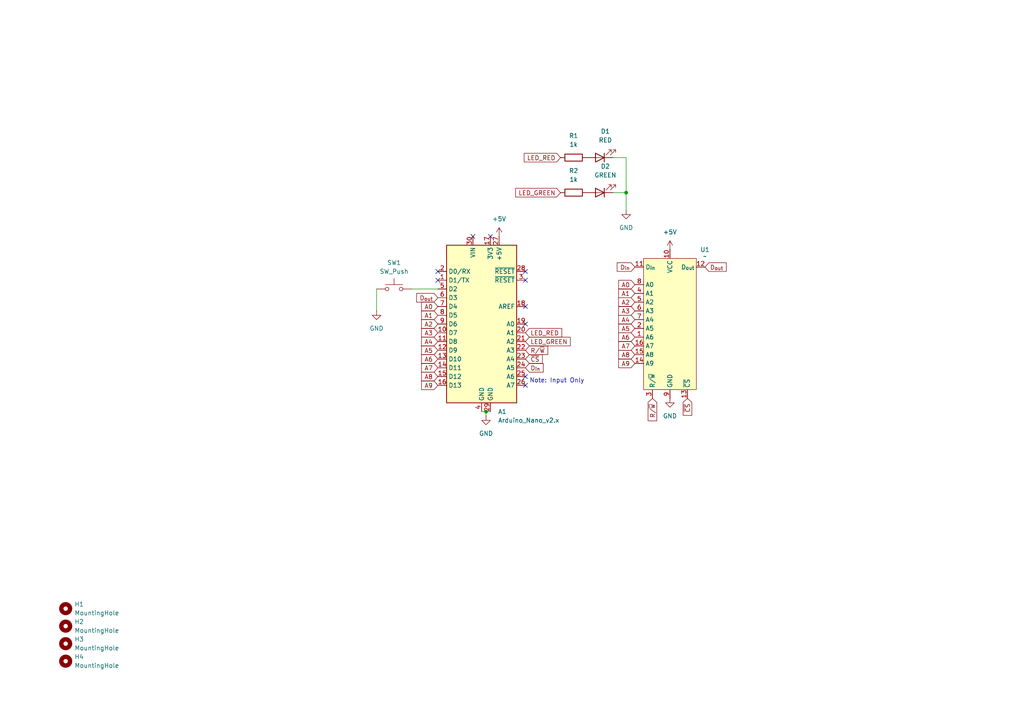
<source format=kicad_sch>
(kicad_sch (version 20231120) (generator "eeschema") (generator_version "8.0")
  (paper "A4")
  (lib_symbols
    (symbol "Device:LED" (pin_numbers hide) (pin_names (offset 1.016) hide)
      (property "Reference" "D" (at 0 2.54 0))
      (property "Value" "LED" (at 0 -2.54 0))
      (symbol "LED_0_1"
        (polyline (pts (xy -1.27 -1.27) (xy -1.27 1.27)) (stroke (width 0.254)))
        (polyline (pts (xy -1.27 0) (xy 1.27 0)))
        (polyline (pts (xy 1.27 -1.27) (xy 1.27 1.27) (xy -1.27 0) (xy 1.27 -1.27)) (stroke (width 0.254)))
        (polyline (pts (xy -3.048 -0.762) (xy -4.572 -2.286) (xy -3.81 -2.286) (xy -4.572 -2.286) (xy -4.572 -1.524)))
        (polyline (pts (xy -1.778 -0.762) (xy -3.302 -2.286) (xy -2.54 -2.286) (xy -3.302 -2.286) (xy -3.302 -1.524)))
      )
      (symbol "LED_1_1"
        (pin passive line (at -3.81 0 0) (length 2.54) (name "K") (number "1"))
        (pin passive line (at 3.81 0 180) (length 2.54) (name "A") (number "2"))
      )
    )
    (symbol "Device:R" (pin_numbers hide) (pin_names (offset 0))
      (property "Reference" "R" (at 2.032 0 90))
      (property "Value" "R" (at 0 0 90))
      (symbol "R_0_1"
        (rectangle (start -1.016 -2.54) (end 1.016 2.54) (stroke (width 0.254)))
      )
      (symbol "R_1_1"
        (pin passive line (at 0 3.81 270) (length 1.27) (name "~") (number "1"))
        (pin passive line (at 0 -3.81 90) (length 1.27) (name "~") (number "2"))
      )
    )
    (symbol "MCU_Module:Arduino_Nano_v2.x"
      (property "Reference" "A" (at -10.16 23.495 0))
      (property "Value" "Arduino_Nano_v2.x" (at 5.08 -24.13 0))
      (symbol "Arduino_Nano_v2.x_0_1"
        (rectangle (start -10.16 22.86) (end 10.16 -22.86) (stroke (width 0.254)) (fill (type background)))
      )
      (symbol "Arduino_Nano_v2.x_1_1"
        (pin bidirectional line (at -12.7 12.7 0) (length 2.54) (name "D1/TX") (number "1"))
        (pin bidirectional line (at -12.7 -2.54 0) (length 2.54) (name "D7") (number "10"))
        (pin bidirectional line (at -12.7 -5.08 0) (length 2.54) (name "D8") (number "11"))
        (pin bidirectional line (at -12.7 -7.62 0) (length 2.54) (name "D9") (number "12"))
        (pin bidirectional line (at -12.7 -10.16 0) (length 2.54) (name "D10") (number "13"))
        (pin bidirectional line (at -12.7 -12.7 0) (length 2.54) (name "D11") (number "14"))
        (pin bidirectional line (at -12.7 -15.24 0) (length 2.54) (name "D12") (number "15"))
        (pin bidirectional line (at -12.7 -17.78 0) (length 2.54) (name "D13") (number "16"))
        (pin power_out line (at 2.54 25.4 270) (length 2.54) (name "3V3") (number "17"))
        (pin input line (at 12.7 5.08 180) (length 2.54) (name "AREF") (number "18"))
        (pin bidirectional line (at 12.7 0 180) (length 2.54) (name "A0") (number "19"))
        (pin bidirectional line (at -12.7 15.24 0) (length 2.54) (name "D0/RX") (number "2"))
        (pin bidirectional line (at 12.7 -2.54 180) (length 2.54) (name "A1") (number "20"))
        (pin bidirectional line (at 12.7 -5.08 180) (length 2.54) (name "A2") (number "21"))
        (pin bidirectional line (at 12.7 -7.62 180) (length 2.54) (name "A3") (number "22"))
        (pin bidirectional line (at 12.7 -10.16 180) (length 2.54) (name "A4") (number "23"))
        (pin bidirectional line (at 12.7 -12.7 180) (length 2.54) (name "A5") (number "24"))
        (pin bidirectional line (at 12.7 -15.24 180) (length 2.54) (name "A6") (number "25"))
        (pin bidirectional line (at 12.7 -17.78 180) (length 2.54) (name "A7") (number "26"))
        (pin power_out line (at 5.08 25.4 270) (length 2.54) (name "+5V") (number "27"))
        (pin input line (at 12.7 15.24 180) (length 2.54) (name "~{RESET}") (number "28"))
        (pin power_in line (at 2.54 -25.4 90) (length 2.54) (name "GND") (number "29"))
        (pin input line (at 12.7 12.7 180) (length 2.54) (name "~{RESET}") (number "3"))
        (pin power_in line (at -2.54 25.4 270) (length 2.54) (name "VIN") (number "30"))
        (pin power_in line (at 0 -25.4 90) (length 2.54) (name "GND") (number "4"))
        (pin bidirectional line (at -12.7 10.16 0) (length 2.54) (name "D2") (number "5"))
        (pin bidirectional line (at -12.7 7.62 0) (length 2.54) (name "D3") (number "6"))
        (pin bidirectional line (at -12.7 5.08 0) (length 2.54) (name "D4") (number "7"))
        (pin bidirectional line (at -12.7 2.54 0) (length 2.54) (name "D5") (number "8"))
        (pin bidirectional line (at -12.7 0 0) (length 2.54) (name "D6") (number "9"))
      )
    )
    (symbol "Mechanical:MountingHole" (pin_names (offset 1.016)) (exclude_from_sim yes) (in_bom no)
      (property "Reference" "H" (at 0 5.08 0))
      (property "Value" "MountingHole" (at 0 3.175 0))
      (symbol "MountingHole_0_1"
        (circle (center 0 0) (radius 1.27) (stroke (width 1.27)))
      )
    )
    (symbol "Switch:SW_Push" (pin_numbers hide) (pin_names (offset 1.016) hide)
      (property "Reference" "SW" (at 1.27 2.54 0))
      (property "Value" "SW_Push" (at 0 -1.524 0))
      (symbol "SW_Push_0_1"
        (circle (center -2.032 0) (radius 0.508))
        (polyline (pts (xy 0 1.27) (xy 0 3.048)))
        (polyline (pts (xy 2.54 1.27) (xy -2.54 1.27)))
        (circle (center 2.032 0) (radius 0.508))
        (pin passive line (at -5.08 0 0) (length 2.54) (name "1") (number "1"))
        (pin passive line (at 5.08 0 180) (length 2.54) (name "2") (number "2"))
      )
    )
    (symbol "local:2102"
      (property "Reference" "U" (at 0 0 0))
      (symbol "2102_1_1"
        (rectangle (start -7.62 12.7) (end 7.62 -25.4) (fill (type background)))
        (pin input line (at -10.16 -10.16 0) (length 2.54) (name "A6") (number "1"))
        (pin power_in line (at 0 15.24 270) (length 2.54) (name "VCC") (number "10"))
        (pin input line (at -10.16 10.16 0) (length 2.54) (name "D_{in}") (number "11"))
        (pin output line (at 10.16 10.16 180) (length 2.54) (name "D_{out}") (number "12"))
        (pin input line (at 5.08 -27.94 90) (length 2.54) (name "~{CS}") (number "13"))
        (pin input line (at -10.16 -17.78 0) (length 2.54) (name "A9") (number "14"))
        (pin input line (at -10.16 -15.24 0) (length 2.54) (name "A8") (number "15"))
        (pin input line (at -10.16 -12.7 0) (length 2.54) (name "A7") (number "16"))
        (pin input line (at -10.16 -7.62 0) (length 2.54) (name "A5") (number "2"))
        (pin input line (at -5.08 -27.94 90) (length 2.54) (name "R/~{W}") (number "3"))
        (pin input line (at -10.16 2.54 0) (length 2.54) (name "A1") (number "4"))
        (pin input line (at -10.16 0 0) (length 2.54) (name "A2") (number "5"))
        (pin input line (at -10.16 -2.54 0) (length 2.54) (name "A3") (number "6"))
        (pin input line (at -10.16 -5.08 0) (length 2.54) (name "A4") (number "7"))
        (pin input line (at -10.16 5.08 0) (length 2.54) (name "A0") (number "8"))
        (pin power_out line (at 0 -27.94 90) (length 2.54) (name "GND") (number "9"))
      )
    )
    (symbol "power:+5V" (power) (pin_numbers hide) (pin_names (offset 0) hide)
      (property "Value" "+5V" (at 0 3.556 0))
      (symbol "+5V_0_1"
        (polyline (pts (xy -0.762 1.27) (xy 0 2.54)))
        (polyline (pts (xy 0 0) (xy 0 2.54)))
        (polyline (pts (xy 0 2.54) (xy 0.762 1.27)))
      )
      (symbol "+5V_1_1"
        (pin power_in line (at 0 0 90) (length 0) (name "~") (number "1"))
      )
    )
    (symbol "power:GND" (power) (pin_numbers hide) (pin_names (offset 0) hide)
      (property "Value" "GND" (at 0 -3.81 0))
      (symbol "GND_0_1"
        (polyline (pts (xy 0 0) (xy 0 -1.27) (xy 1.27 -1.27) (xy 0 -2.54) (xy -1.27 -1.27) (xy 0 -1.27)))
      )
      (symbol "GND_1_1"
        (pin power_in line (at 0 0 270) (length 0) (name "~") (number "1"))
      )
    )
  )
  (junction (at 181.61 55.88))
  (junction (at 140.97 119.38))
  (no_connect (at 137.16 68.58))
  (no_connect (at 152.4 88.9))
  (no_connect (at 152.4 78.74))
  (no_connect (at 152.4 109.22))
  (no_connect (at 152.4 111.76))
  (no_connect (at 142.24 68.58))
  (no_connect (at 152.4 93.98))
  (no_connect (at 127 81.28))
  (no_connect (at 127 78.74))
  (no_connect (at 152.4 81.28))
  (wire (pts (xy 140.97 119.38) (xy 140.97 120.65)))
  (wire (pts (xy 181.61 55.88) (xy 181.61 60.96)))
  (wire (pts (xy 177.8 45.72) (xy 181.61 45.72)))
  (wire (pts (xy 109.22 83.82) (xy 109.22 90.17)))
  (wire (pts (xy 177.8 55.88) (xy 181.61 55.88)))
  (wire (pts (xy 139.7 119.38) (xy 140.97 119.38)))
  (wire (pts (xy 119.38 83.82) (xy 127 83.82)))
  (wire (pts (xy 140.97 119.38) (xy 142.24 119.38)))
  (wire (pts (xy 181.61 45.72) (xy 181.61 55.88)))
  (text "Note: Input Only" (at 161.544 110.49 0) (effects (font (size 1.27 1.27))))
  (global_label "A0" (shape input) (at 127 88.9 180) (property "Intersheetrefs" "${INTERSHEET_REFS}" (effects (hide yes))))
  (global_label "A6" (shape input) (at 184.15 97.79 180) (property "Intersheetrefs" "${INTERSHEET_REFS}" (effects (hide yes))))
  (global_label "A2" (shape input) (at 184.15 87.63 180) (property "Intersheetrefs" "${INTERSHEET_REFS}" (effects (hide yes))))
  (global_label "A1" (shape input) (at 184.15 85.09 180) (property "Intersheetrefs" "${INTERSHEET_REFS}" (effects (hide yes))))
  (global_label "~{CS}" (shape input) (at 152.4 104.14 0) (property "Intersheetrefs" "${INTERSHEET_REFS}" (effects (hide yes))))
  (global_label "A5" (shape input) (at 127 101.6 180) (property "Intersheetrefs" "${INTERSHEET_REFS}" (effects (hide yes))))
  (global_label "A9" (shape input) (at 127 111.76 180) (property "Intersheetrefs" "${INTERSHEET_REFS}" (effects (hide yes))))
  (global_label "R{slash}~{W}" (shape input) (at 152.4 101.6 0) (property "Intersheetrefs" "${INTERSHEET_REFS}" (effects (hide yes))))
  (global_label "D_{in}" (shape input) (at 184.15 77.47 180) (property "Intersheetrefs" "${INTERSHEET_REFS}" (effects (hide yes))))
  (global_label "A8" (shape input) (at 184.15 102.87 180) (property "Intersheetrefs" "${INTERSHEET_REFS}" (effects (hide yes))))
  (global_label "A7" (shape input) (at 184.15 100.33 180) (property "Intersheetrefs" "${INTERSHEET_REFS}" (effects (hide yes))))
  (global_label "R{slash}~{W}" (shape input) (at 189.23 115.57 270) (property "Intersheetrefs" "${INTERSHEET_REFS}" (effects (hide yes))))
  (global_label "A4" (shape input) (at 184.15 92.71 180) (property "Intersheetrefs" "${INTERSHEET_REFS}" (effects (hide yes))))
  (global_label "A2" (shape input) (at 127 93.98 180) (property "Intersheetrefs" "${INTERSHEET_REFS}" (effects (hide yes))))
  (global_label "A9" (shape input) (at 184.15 105.41 180) (property "Intersheetrefs" "${INTERSHEET_REFS}" (effects (hide yes))))
  (global_label "~{CS}" (shape input) (at 199.39 115.57 270) (property "Intersheetrefs" "${INTERSHEET_REFS}" (effects (hide yes))))
  (global_label "LED_RED" (shape input) (at 152.4 96.52 0) (property "Intersheetrefs" "${INTERSHEET_REFS}" (effects (hide yes))))
  (global_label "A0" (shape input) (at 184.15 82.55 180) (property "Intersheetrefs" "${INTERSHEET_REFS}" (effects (hide yes))))
  (global_label "D_{in}" (shape input) (at 152.4 106.68 0) (property "Intersheetrefs" "${INTERSHEET_REFS}" (effects (hide yes))))
  (global_label "LED_GREEN" (shape input) (at 152.4 99.06 0) (property "Intersheetrefs" "${INTERSHEET_REFS}" (effects (hide yes))))
  (global_label "A8" (shape input) (at 127 109.22 180) (property "Intersheetrefs" "${INTERSHEET_REFS}" (effects (hide yes))))
  (global_label "A1" (shape input) (at 127 91.44 180) (property "Intersheetrefs" "${INTERSHEET_REFS}" (effects (hide yes))))
  (global_label "D_{out}" (shape input) (at 204.47 77.47 0) (property "Intersheetrefs" "${INTERSHEET_REFS}" (effects (hide yes))))
  (global_label "A3" (shape input) (at 127 96.52 180) (property "Intersheetrefs" "${INTERSHEET_REFS}" (effects (hide yes))))
  (global_label "A5" (shape input) (at 184.15 95.25 180) (property "Intersheetrefs" "${INTERSHEET_REFS}" (effects (hide yes))))
  (global_label "LED_GREEN" (shape input) (at 162.56 55.88 180) (property "Intersheetrefs" "${INTERSHEET_REFS}" (effects (hide yes))))
  (global_label "D_{out}" (shape input) (at 127 86.36 180) (property "Intersheetrefs" "${INTERSHEET_REFS}" (effects (hide yes))))
  (global_label "LED_RED" (shape input) (at 162.56 45.72 180) (property "Intersheetrefs" "${INTERSHEET_REFS}" (effects (hide yes))))
  (global_label "A3" (shape input) (at 184.15 90.17 180) (property "Intersheetrefs" "${INTERSHEET_REFS}" (effects (hide yes))))
  (global_label "A7" (shape input) (at 127 106.68 180) (property "Intersheetrefs" "${INTERSHEET_REFS}" (effects (hide yes))))
  (global_label "A4" (shape input) (at 127 99.06 180) (property "Intersheetrefs" "${INTERSHEET_REFS}" (effects (hide yes))))
  (global_label "A6" (shape input) (at 127 104.14 180) (property "Intersheetrefs" "${INTERSHEET_REFS}" (effects (hide yes))))
  (symbol (lib_id "power:+5V") (at 144.78 68.58 0) (unit 1)
    (property "Reference" "#PWR03" (effects (hide yes)))
    (property "Value" "+5V" (at 144.78 63.5 0))
    (property "Description" "Power symbol creates a global label with name \"+5V\"" (effects (hide yes)))
  )
  (symbol (lib_id "Mechanical:MountingHole") (at 19.05 191.77 0) (unit 1) (exclude_from_sim yes) (in_bom no)
    (property "Reference" "H4" (at 21.59 190.4999 0) (effects (justify left)))
    (property "Value" "MountingHole" (at 21.59 193.0399 0) (effects (justify left)))
    (property "Footprint" "MountingHole:MountingHole_3.2mm_M3" (effects (hide yes)))
    (property "Description" "Mounting Hole without connection" (effects (hide yes)))
  )
  (symbol (lib_id "power:GND") (at 109.22 90.17 0) (unit 1)
    (property "Reference" "#PWR05" (effects (hide yes)))
    (property "Value" "GND" (at 109.22 95.25 0))
    (property "Description" "Power symbol creates a global label with name \"GND\" , ground" (effects (hide yes)))
  )
  (symbol (lib_id "MCU_Module:Arduino_Nano_v2.x") (at 139.7 93.98 0) (unit 1)
    (property "Reference" "A1" (at 144.4341 119.38 0) (effects (justify left)))
    (property "Value" "Arduino_Nano_v2.x" (at 144.4341 121.92 0) (effects (justify left)))
    (property "Footprint" "Module:Arduino_Nano" (effects (hide yes)))
    (property "Datasheet" "https://www.arduino.cc/en/uploads/Main/ArduinoNanoManual23.pdf" (effects (hide yes)))
    (property "Description" "Arduino Nano v2.x" (effects (hide yes)))
  )
  (symbol (lib_id "local:2102") (at 194.31 87.63 0) (unit 1)
    (property "Reference" "U1" (at 204.47 72.4214 0))
    (property "Value" "~" (at 204.47 74.3265 0))
    (property "Footprint" "Socket:DIP_Socket-16_W4.3_W5.08_W7.62_W10.16_W10.9_3M_216-3340-00-0602J" (effects (hide yes)))
  )
  (symbol (lib_id "Device:R") (at 166.37 45.72 90) (unit 1)
    (property "Reference" "R1" (at 166.37 39.37 90))
    (property "Value" "1k" (at 166.37 41.91 90))
    (property "Footprint" "Resistor_THT:R_Axial_DIN0204_L3.6mm_D1.6mm_P7.62mm_Horizontal" (effects (hide yes)))
    (property "Description" "Resistor" (effects (hide yes)))
  )
  (symbol (lib_id "Switch:SW_Push") (at 114.3 83.82 0) (unit 1)
    (property "Reference" "SW1" (at 114.3 76.2 0))
    (property "Value" "SW_Push" (at 114.3 78.74 0))
    (property "Footprint" "Button_Switch_THT:SW_PUSH_6mm" (effects (hide yes)))
    (property "Description" "Push button switch, generic, two pins" (effects (hide yes)))
  )
  (symbol (lib_id "Mechanical:MountingHole") (at 19.05 186.69 0) (unit 1) (exclude_from_sim yes) (in_bom no)
    (property "Reference" "H3" (at 21.59 185.4199 0) (effects (justify left)))
    (property "Value" "MountingHole" (at 21.59 187.9599 0) (effects (justify left)))
    (property "Footprint" "MountingHole:MountingHole_3.2mm_M3" (effects (hide yes)))
    (property "Description" "Mounting Hole without connection" (effects (hide yes)))
  )
  (symbol (lib_id "Mechanical:MountingHole") (at 19.05 181.61 0) (unit 1) (exclude_from_sim yes) (in_bom no)
    (property "Reference" "H2" (at 21.59 180.3399 0) (effects (justify left)))
    (property "Value" "MountingHole" (at 21.59 182.8799 0) (effects (justify left)))
    (property "Footprint" "MountingHole:MountingHole_3.2mm_M3" (effects (hide yes)))
    (property "Description" "Mounting Hole without connection" (effects (hide yes)))
  )
  (symbol (lib_id "Device:LED") (at 173.99 45.72 180) (unit 1)
    (property "Reference" "D1" (at 175.5775 38.1 0))
    (property "Value" "RED" (at 175.5775 40.64 0))
    (property "Footprint" "LED_THT:LED_D3.0mm" (effects (hide yes)))
    (property "Description" "Light emitting diode" (effects (hide yes)))
  )
  (symbol (lib_id "Mechanical:MountingHole") (at 19.05 176.53 0) (unit 1) (exclude_from_sim yes) (in_bom no)
    (property "Reference" "H1" (at 21.59 175.2599 0) (effects (justify left)))
    (property "Value" "MountingHole" (at 21.59 177.7999 0) (effects (justify left)))
    (property "Footprint" "MountingHole:MountingHole_3.2mm_M3" (effects (hide yes)))
    (property "Description" "Mounting Hole without connection" (effects (hide yes)))
  )
  (symbol (lib_id "Device:R") (at 166.37 55.88 270) (unit 1)
    (property "Reference" "R2" (at 166.37 49.53 90))
    (property "Value" "1k" (at 166.37 52.07 90))
    (property "Footprint" "Resistor_THT:R_Axial_DIN0204_L3.6mm_D1.6mm_P7.62mm_Horizontal" (effects (hide yes)))
    (property "Description" "Resistor" (effects (hide yes)))
  )
  (symbol (lib_id "Device:LED") (at 173.99 55.88 180) (unit 1)
    (property "Reference" "D2" (at 175.5775 48.26 0))
    (property "Value" "GREEN" (at 175.5775 50.8 0))
    (property "Footprint" "LED_THT:LED_D3.0mm" (effects (hide yes)))
    (property "Description" "Light emitting diode" (effects (hide yes)))
  )
  (symbol (lib_id "power:+5V") (at 194.31 72.39 0) (unit 1)
    (property "Reference" "#PWR01" (effects (hide yes)))
    (property "Value" "+5V" (at 194.31 67.31 0))
    (property "Description" "Power symbol creates a global label with name \"+5V\"" (effects (hide yes)))
  )
  (symbol (lib_id "power:GND") (at 140.97 120.65 0) (unit 1)
    (property "Reference" "#PWR04" (effects (hide yes)))
    (property "Value" "GND" (at 140.97 125.73 0))
    (property "Description" "Power symbol creates a global label with name \"GND\" , ground" (effects (hide yes)))
  )
  (symbol (lib_id "power:GND") (at 194.31 115.57 0) (unit 1)
    (property "Reference" "#PWR02" (effects (hide yes)))
    (property "Value" "GND" (at 194.31 120.65 0))
    (property "Description" "Power symbol creates a global label with name \"GND\" , ground" (effects (hide yes)))
  )
  (symbol (lib_id "power:GND") (at 181.61 60.96 0) (unit 1)
    (property "Reference" "#PWR06" (effects (hide yes)))
    (property "Value" "GND" (at 181.61 66.04 0))
    (property "Description" "Power symbol creates a global label with name \"GND\" , ground" (effects (hide yes)))
  )
)
</source>
